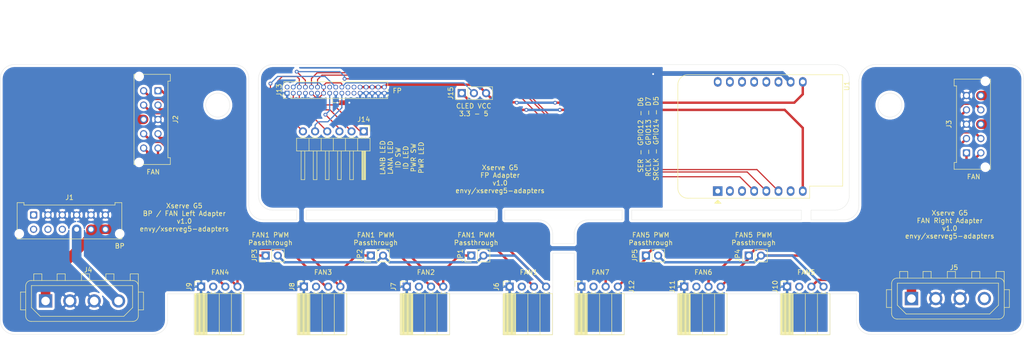
<source format=kicad_pcb>
(kicad_pcb (version 20171130) (host pcbnew "(5.1.6)-1")
  (layers (0 F.Cu signal) (31 B.Cu signal) (34 B.Paste user) (35 F.Paste user) (36 B.SilkS user) (37 F.SilkS user) (38 B.Mask user) (39 F.Mask user) (44 Edge.Cuts user))
  (net 0 "")
  (net 1 "Net-(J1-Pad1)")
  (net 2 "Net-(J1-Pad7)")
  (net 3 GND)
  (net 4 +12V)
  (net 5 +5V)
  (net 6 TACH1)
  (net 7 TACH2)
  (net 8 TACH3)
  (net 9 TACH4)
  (net 10 TACH7)
  (net 11 TACH6)
  (net 12 TACH5)
  (net 13 PWM1)
  (net 14 PWM2)
  (net 15 PWM3)
  (net 16 PWM4)
  (net 17 PWM7)
  (net 18 PWM6)
  (net 19 PWM5)
  (net 20 "Net-(J5-Pad4)")
  (net 21 "Net-(J6-Pad2)")
  (net 22 "Net-(J7-Pad2)")
  (net 23 "Net-(J8-Pad2)")
  (net 24 "Net-(J9-Pad2)")
  (net 25 "Net-(J10-Pad2)")
  (net 26 "Net-(J11-Pad2)")
  (net 27 "Net-(J12-Pad2)")
  (net 28 "Net-(J1-Pad8)")
  (net 29 "Net-(J1-Pad9)")
  (net 30 "Net-(J13-Pad16)")
  (net 31 "Net-(J13-Pad21)")
  (net 32 "Net-(J13-Pad23)")
  (net 33 "Net-(J13-Pad24)")
  (net 34 "Net-(U1-Pad2)")
  (net 35 "Net-(U1-Pad1)")
  (net 36 "Net-(U1-Pad3)")
  (net 37 "Net-(U1-Pad7)")
  (net 38 "Net-(U1-Pad11)")
  (net 39 "Net-(U1-Pad12)")
  (net 40 "Net-(U1-Pad13)")
  (net 41 "Net-(U1-Pad14)")
  (net 42 "Net-(U1-Pad15)")
  (net 43 "Net-(U1-Pad16)")
  (net 44 PWR_LED)
  (net 45 Q19)
  (net 46 PWR_SW)
  (net 47 SRVID_SW)
  (net 48 CLED_SRCLK)
  (net 49 CLED_RCLK)
  (net 50 CLED_SER)
  (net 51 CLED_SRCLR_n)
  (net 52 SRVID_LED)
  (net 53 LANB_LED)
  (net 54 LANA_LED)
  (net 55 +3V3)
  (net 56 Q13)
  (net 57 +5VA)
  (net 58 +12VA)
  (module Connector_PinHeader_2.54mm:PinHeader_1x06_P2.54mm_Horizontal (layer F.Cu) (at 102.5 75 270)
    (fp_text reference J14 (at -2.5 0 180) (layer F.SilkS))
    (fp_text value SYSTEM_PINS)
    (pad 1 thru_hole rect (at 0 0 270) (size 1.7 1.7) (drill 1) (layers *.Cu *.Mask) (net 44 PWR_LED))
    (pad 2 thru_hole oval (at 0 2.54 270) (size 1.7 1.7) (drill 1) (layers *.Cu *.Mask) (net 46 PWR_SW))
    (pad 3 thru_hole oval (at 0 5.08 270) (size 1.7 1.7) (drill 1) (layers *.Cu *.Mask) (net 52 SRVID_LED))
    (pad 4 thru_hole oval (at 0 7.62 270) (size 1.7 1.7) (drill 1) (layers *.Cu *.Mask) (net 47 SRVID_SW))
    (pad 5 thru_hole oval (at 0 10.16 270) (size 1.7 1.7) (drill 1) (layers *.Cu *.Mask) (net 54 LANA_LED))
    (pad 6 thru_hole oval (at 0 12.7 270) (size 1.7 1.7) (drill 1) (layers *.Cu *.Mask) (net 53 LANB_LED))
  )
  (module Connector_PinSocket_2.54mm:PinSocket_1x04_P2.54mm_Horizontal (layer F.Cu) (at 191 107.5 90)
    (fp_text reference J10 (at 0 -2.5 90) (layer F.SilkS))
    (fp_text value FAN5_PWM)
    (pad 1 thru_hole rect (at 0 0 90) (size 1.7 1.7) (drill 1) (layers *.Cu *.Mask) (net 3 GND))
    (pad 2 thru_hole oval (at 0 2.54 90) (size 1.7 1.7) (drill 1) (layers *.Cu *.Mask) (net 25 "Net-(J10-Pad2)"))
    (pad 3 thru_hole oval (at 0 5.08 90) (size 1.7 1.7) (drill 1) (layers *.Cu *.Mask) (net 12 TACH5))
    (pad 4 thru_hole oval (at 0 7.62 90) (size 1.7 1.7) (drill 1) (layers *.Cu *.Mask) (net 19 PWM5))
  )
  (module Connector_Molex:Molex_Micro-Fit_3.0_43045-1212_2x06_P3.00mm_Vertical (layer F.Cu) (at 33.5 92.5)
    (fp_text reference J1 (at 7.5 -3.67) (layer F.SilkS))
    (fp_text value SATA_Backplane_PWR)
    (pad "" np_thru_hole circle (at -3 3.94) (size 1 1) (drill 1) (layers *.Cu *.Mask))
    (pad "" np_thru_hole circle (at 18 3.94) (size 1 1) (drill 1) (layers *.Cu *.Mask))
    (pad 1 thru_hole roundrect (at 0 0) (size 1.5 1.5) (drill 1) (layers *.Cu *.Mask) (roundrect_rratio 0.166667) (net 1 "Net-(J1-Pad1)"))
    (pad 2 thru_hole circle (at 3 0) (size 1.5 1.5) (drill 1) (layers *.Cu *.Mask) (net 3 GND))
    (pad 3 thru_hole circle (at 6 0) (size 1.5 1.5) (drill 1) (layers *.Cu *.Mask) (net 3 GND))
    (pad 4 thru_hole circle (at 9 0) (size 1.5 1.5) (drill 1) (layers *.Cu *.Mask) (net 3 GND))
    (pad 5 thru_hole circle (at 12 0) (size 1.5 1.5) (drill 1) (layers *.Cu *.Mask) (net 3 GND))
    (pad 6 thru_hole circle (at 15 0) (size 1.5 1.5) (drill 1) (layers *.Cu *.Mask) (net 3 GND))
    (pad 7 thru_hole circle (at 0 3) (size 1.5 1.5) (drill 1) (layers *.Cu *.Mask) (net 2 "Net-(J1-Pad7)"))
    (pad 8 thru_hole circle (at 3 3) (size 1.5 1.5) (drill 1) (layers *.Cu *.Mask) (net 28 "Net-(J1-Pad8)"))
    (pad 9 thru_hole circle (at 6 3) (size 1.5 1.5) (drill 1) (layers *.Cu *.Mask) (net 29 "Net-(J1-Pad9)"))
    (pad 10 thru_hole circle (at 9 3) (size 1.5 1.5) (drill 1) (layers *.Cu *.Mask) (net 5 +5V))
    (pad 11 thru_hole circle (at 12 3) (size 1.5 1.5) (drill 1) (layers *.Cu *.Mask) (net 4 +12V))
    (pad 12 thru_hole circle (at 15 3) (size 1.5 1.5) (drill 1) (layers *.Cu *.Mask) (net 4 +12V))
  )
  (module Connector_Molex:Molex_Micro-Fit_3.0_43045-1012_2x05_P3.00mm_Vertical (layer F.Cu) (at 59.5 66.5 270)
    (fp_text reference J2 (at 6 -3.67 90) (layer F.SilkS))
    (fp_text value FAN_LEFT)
    (pad "" np_thru_hole circle (at -3 3.94 270) (size 1 1) (drill 1) (layers *.Cu *.Mask))
    (pad "" np_thru_hole circle (at 15 3.94 270) (size 1 1) (drill 1) (layers *.Cu *.Mask))
    (pad 1 thru_hole roundrect (at 0 0 270) (size 1.5 1.5) (drill 1) (layers *.Cu *.Mask) (roundrect_rratio 0.166667) (net 13 PWM1))
    (pad 2 thru_hole circle (at 3 0 270) (size 1.5 1.5) (drill 1) (layers *.Cu *.Mask) (net 14 PWM2))
    (pad 3 thru_hole circle (at 6 0 270) (size 1.5 1.5) (drill 1) (layers *.Cu *.Mask) (net 3 GND))
    (pad 4 thru_hole circle (at 9 0 270) (size 1.5 1.5) (drill 1) (layers *.Cu *.Mask) (net 15 PWM3))
    (pad 5 thru_hole circle (at 12 0 270) (size 1.5 1.5) (drill 1) (layers *.Cu *.Mask) (net 16 PWM4))
    (pad 6 thru_hole circle (at 0 3 270) (size 1.5 1.5) (drill 1) (layers *.Cu *.Mask) (net 6 TACH1))
    (pad 7 thru_hole circle (at 3 3 270) (size 1.5 1.5) (drill 1) (layers *.Cu *.Mask) (net 7 TACH2))
    (pad 8 thru_hole circle (at 6 3 270) (size 1.5 1.5) (drill 1) (layers *.Cu *.Mask) (net 4 +12V))
    (pad 9 thru_hole circle (at 9 3 270) (size 1.5 1.5) (drill 1) (layers *.Cu *.Mask) (net 8 TACH3))
    (pad 10 thru_hole circle (at 12 3 270) (size 1.5 1.5) (drill 1) (layers *.Cu *.Mask) (net 9 TACH4))
  )
  (module Connector_Molex:Molex_Micro-Fit_3.0_43045-1012_2x05_P3.00mm_Vertical (layer F.Cu) (at 228.5 79.5 90)
    (fp_text reference J3 (at 6 -3.67 90) (layer F.SilkS))
    (fp_text value FAN_RIGHT)
    (pad 10 thru_hole circle (at 12 3 90) (size 1.5 1.5) (drill 1) (layers *.Cu *.Mask) (net 58 +12VA))
    (pad 9 thru_hole circle (at 9 3 90) (size 1.5 1.5) (drill 1) (layers *.Cu *.Mask) (net 10 TACH7))
    (pad 8 thru_hole circle (at 6 3 90) (size 1.5 1.5) (drill 1) (layers *.Cu *.Mask) (net 58 +12VA))
    (pad 7 thru_hole circle (at 3 3 90) (size 1.5 1.5) (drill 1) (layers *.Cu *.Mask) (net 11 TACH6))
    (pad 6 thru_hole circle (at 0 3 90) (size 1.5 1.5) (drill 1) (layers *.Cu *.Mask) (net 12 TACH5))
    (pad 5 thru_hole circle (at 12 0 90) (size 1.5 1.5) (drill 1) (layers *.Cu *.Mask) (net 3 GND))
    (pad 4 thru_hole circle (at 9 0 90) (size 1.5 1.5) (drill 1) (layers *.Cu *.Mask) (net 17 PWM7))
    (pad 3 thru_hole circle (at 6 0 90) (size 1.5 1.5) (drill 1) (layers *.Cu *.Mask) (net 3 GND))
    (pad 2 thru_hole circle (at 3 0 90) (size 1.5 1.5) (drill 1) (layers *.Cu *.Mask) (net 18 PWM6))
    (pad 1 thru_hole roundrect (at 0 0 90) (size 1.5 1.5) (drill 1) (layers *.Cu *.Mask) (roundrect_rratio 0.166667) (net 19 PWM5))
    (pad "" np_thru_hole circle (at 15 3.94 90) (size 1 1) (drill 1) (layers *.Cu *.Mask))
    (pad "" np_thru_hole circle (at -3 3.94 90) (size 1 1) (drill 1) (layers *.Cu *.Mask))
  )
  (module Connector_TE-Connectivity:TE_MATE-N-LOK_350211-1_1x04_P5.08mm_Vertical (layer F.Cu) (at 36 110.5)
    (fp_text reference J4 (at 8.89 -6.5) (layer F.SilkS))
    (fp_text value PWR_L)
    (pad 1 thru_hole rect (at 0 0) (size 2.78 2.78) (drill 1.78) (layers *.Cu *.Mask) (net 4 +12V))
    (pad 2 thru_hole circle (at 5.08 0) (size 2.78 2.78) (drill 1.78) (layers *.Cu *.Mask) (net 3 GND))
    (pad 3 thru_hole circle (at 10.16 0) (size 2.78 2.78) (drill 1.78) (layers *.Cu *.Mask) (net 3 GND))
    (pad 4 thru_hole circle (at 15.24 0) (size 2.78 2.78) (drill 1.78) (layers *.Cu *.Mask) (net 5 +5V))
  )
  (module Connector_TE-Connectivity:TE_MATE-N-LOK_350211-1_1x04_P5.08mm_Vertical (layer F.Cu) (at 217 110)
    (fp_text reference J5 (at 8.89 -6.5) (layer F.SilkS))
    (fp_text value PWR_R)
    (pad 1 thru_hole rect (at 0 0) (size 2.78 2.78) (drill 1.78) (layers *.Cu *.Mask) (net 58 +12VA))
    (pad 2 thru_hole circle (at 5.08 0) (size 2.78 2.78) (drill 1.78) (layers *.Cu *.Mask) (net 3 GND))
    (pad 3 thru_hole circle (at 10.16 0) (size 2.78 2.78) (drill 1.78) (layers *.Cu *.Mask) (net 3 GND))
    (pad 4 thru_hole circle (at 15.24 0) (size 2.78 2.78) (drill 1.78) (layers *.Cu *.Mask) (net 20 "Net-(J5-Pad4)"))
  )
  (module Connector_PinSocket_2.54mm:PinSocket_1x04_P2.54mm_Horizontal (layer F.Cu) (at 133 107.5 90)
    (fp_text reference J6 (at 0 -2.77 90) (layer F.SilkS))
    (fp_text value FAN1_PWM)
    (pad 1 thru_hole rect (at 0 0 90) (size 1.7 1.7) (drill 1) (layers *.Cu *.Mask) (net 3 GND))
    (pad 2 thru_hole oval (at 0 2.54 90) (size 1.7 1.7) (drill 1) (layers *.Cu *.Mask) (net 21 "Net-(J6-Pad2)"))
    (pad 3 thru_hole oval (at 0 5.08 90) (size 1.7 1.7) (drill 1) (layers *.Cu *.Mask) (net 6 TACH1))
    (pad 4 thru_hole oval (at 0 7.62 90) (size 1.7 1.7) (drill 1) (layers *.Cu *.Mask) (net 13 PWM1))
  )
  (module Connector_PinSocket_2.54mm:PinSocket_1x04_P2.54mm_Horizontal (layer F.Cu) (at 111.5 107.5 90)
    (fp_text reference J7 (at 0 -2.77 90) (layer F.SilkS))
    (fp_text value FAN2_PWM)
    (pad 1 thru_hole rect (at 0 0 90) (size 1.7 1.7) (drill 1) (layers *.Cu *.Mask) (net 3 GND))
    (pad 2 thru_hole oval (at 0 2.54 90) (size 1.7 1.7) (drill 1) (layers *.Cu *.Mask) (net 22 "Net-(J7-Pad2)"))
    (pad 3 thru_hole oval (at 0 5.08 90) (size 1.7 1.7) (drill 1) (layers *.Cu *.Mask) (net 7 TACH2))
    (pad 4 thru_hole oval (at 0 7.62 90) (size 1.7 1.7) (drill 1) (layers *.Cu *.Mask) (net 14 PWM2))
  )
  (module Connector_PinHeader_2.54mm:PinHeader_1x02_P2.54mm_Vertical (layer F.Cu) (at 125 101 90)
    (fp_text reference JP1 (at 0 -2.33 90) (layer F.SilkS))
    (fp_text value PWM1_2)
    (pad 1 thru_hole rect (at 0 0 90) (size 1.7 1.7) (drill 1) (layers *.Cu *.Mask) (net 14 PWM2))
    (pad 2 thru_hole oval (at 0 2.54 90) (size 1.7 1.7) (drill 1) (layers *.Cu *.Mask) (net 13 PWM1))
  )
  (module Connector_PinSocket_2.54mm:PinSocket_1x04_P2.54mm_Horizontal (layer F.Cu) (at 90 107.5 90)
    (fp_text reference J8 (at 0 -2.5 90) (layer F.SilkS))
    (fp_text value FAN3_PWM)
    (pad 1 thru_hole rect (at 0 0 90) (size 1.7 1.7) (drill 1) (layers *.Cu *.Mask) (net 3 GND))
    (pad 2 thru_hole oval (at 0 2.54 90) (size 1.7 1.7) (drill 1) (layers *.Cu *.Mask) (net 23 "Net-(J8-Pad2)"))
    (pad 3 thru_hole oval (at 0 5.08 90) (size 1.7 1.7) (drill 1) (layers *.Cu *.Mask) (net 8 TACH3))
    (pad 4 thru_hole oval (at 0 7.62 90) (size 1.7 1.7) (drill 1) (layers *.Cu *.Mask) (net 15 PWM3))
  )
  (module Connector_PinSocket_2.54mm:PinSocket_1x04_P2.54mm_Horizontal (layer F.Cu) (at 68.5 107.5 90)
    (fp_text reference J9 (at 0 -2.5 90) (layer F.SilkS))
    (fp_text value FAN4_PWM)
    (pad 4 thru_hole oval (at 0 7.62 90) (size 1.7 1.7) (drill 1) (layers *.Cu *.Mask) (net 16 PWM4))
    (pad 3 thru_hole oval (at 0 5.08 90) (size 1.7 1.7) (drill 1) (layers *.Cu *.Mask) (net 9 TACH4))
    (pad 2 thru_hole oval (at 0 2.54 90) (size 1.7 1.7) (drill 1) (layers *.Cu *.Mask) (net 24 "Net-(J9-Pad2)"))
    (pad 1 thru_hole rect (at 0 0 90) (size 1.7 1.7) (drill 1) (layers *.Cu *.Mask) (net 3 GND))
  )
  (module Connector_PinHeader_2.54mm:PinHeader_1x02_P2.54mm_Vertical (layer F.Cu) (at 104 101 90)
    (fp_text reference JP2 (at 0 -2.33 90) (layer F.SilkS))
    (fp_text value PWM1_3)
    (pad 1 thru_hole rect (at 0 0 90) (size 1.7 1.7) (drill 1) (layers *.Cu *.Mask) (net 15 PWM3))
    (pad 2 thru_hole oval (at 0 2.54 90) (size 1.7 1.7) (drill 1) (layers *.Cu *.Mask) (net 13 PWM1))
  )
  (module Connector_PinHeader_2.54mm:PinHeader_1x02_P2.54mm_Vertical (layer F.Cu) (at 82 101 90)
    (fp_text reference JP3 (at 0 -2.33 90) (layer F.SilkS))
    (fp_text value PWM1_4)
    (pad 2 thru_hole oval (at 0 2.54 90) (size 1.7 1.7) (drill 1) (layers *.Cu *.Mask) (net 13 PWM1))
    (pad 1 thru_hole rect (at 0 0 90) (size 1.7 1.7) (drill 1) (layers *.Cu *.Mask) (net 16 PWM4))
  )
  (module Connector_PinSocket_2.54mm:PinSocket_1x04_P2.54mm_Horizontal (layer F.Cu) (at 169.5 107.5 90)
    (fp_text reference J11 (at 0 -2.5 90) (layer F.SilkS))
    (fp_text value FAN6_PWM)
    (pad 4 thru_hole oval (at 0 7.62 90) (size 1.7 1.7) (drill 1) (layers *.Cu *.Mask) (net 18 PWM6))
    (pad 3 thru_hole oval (at 0 5.08 90) (size 1.7 1.7) (drill 1) (layers *.Cu *.Mask) (net 11 TACH6))
    (pad 2 thru_hole oval (at 0 2.54 90) (size 1.7 1.7) (drill 1) (layers *.Cu *.Mask) (net 26 "Net-(J11-Pad2)"))
    (pad 1 thru_hole rect (at 0 0 90) (size 1.7 1.7) (drill 1) (layers *.Cu *.Mask) (net 3 GND))
  )
  (module Connector_PinSocket_2.54mm:PinSocket_1x04_P2.54mm_Horizontal (layer F.Cu) (at 148 107.5 90)
    (fp_text reference J12 (at 0 10.5 90) (layer F.SilkS))
    (fp_text value FAN7_PWM)
    (pad 1 thru_hole rect (at 0 0 90) (size 1.7 1.7) (drill 1) (layers *.Cu *.Mask) (net 3 GND))
    (pad 2 thru_hole oval (at 0 2.54 90) (size 1.7 1.7) (drill 1) (layers *.Cu *.Mask) (net 27 "Net-(J12-Pad2)"))
    (pad 3 thru_hole oval (at 0 5.08 90) (size 1.7 1.7) (drill 1) (layers *.Cu *.Mask) (net 10 TACH7))
    (pad 4 thru_hole oval (at 0 7.62 90) (size 1.7 1.7) (drill 1) (layers *.Cu *.Mask) (net 17 PWM7))
  )
  (module Connector_PinHeader_2.54mm:PinHeader_1x02_P2.54mm_Vertical (layer F.Cu) (at 183 101 90)
    (fp_text reference JP4 (at 0 -2.33 90) (layer F.SilkS))
    (fp_text value PWM5_6)
    (pad 2 thru_hole oval (at 0 2.54 90) (size 1.7 1.7) (drill 1) (layers *.Cu *.Mask) (net 19 PWM5))
    (pad 1 thru_hole rect (at 0 0 90) (size 1.7 1.7) (drill 1) (layers *.Cu *.Mask) (net 18 PWM6))
  )
  (module Connector_PinHeader_2.54mm:PinHeader_1x02_P2.54mm_Vertical (layer F.Cu) (at 161.5 101 90)
    (fp_text reference JP5 (at 0 -2.33 90) (layer F.SilkS))
    (fp_text value PWM5_7)
    (pad 1 thru_hole rect (at 0 0 90) (size 1.7 1.7) (drill 1) (layers *.Cu *.Mask) (net 17 PWM7))
    (pad 2 thru_hole oval (at 0 2.54 90) (size 1.7 1.7) (drill 1) (layers *.Cu *.Mask) (net 19 PWM5))
  )
  (module Connector_PinHeader_1.27mm:PinHeader_2x17_P1.27mm_Vertical (layer F.Cu) (at 86.5 67 90)
    (fp_text reference J13 (at 0.635 -1.695 90) (layer F.SilkS))
    (fp_text value "Front Panel")
    (pad 1 thru_hole rect (at 0 0 90) (size 1 1) (drill 0.65) (layers *.Cu *.Mask) (net 3 GND))
    (pad 2 thru_hole oval (at 1.27 0 90) (size 1 1) (drill 0.65) (layers *.Cu *.Mask) (net 45 Q19))
    (pad 3 thru_hole oval (at 0 1.27 90) (size 1 1) (drill 0.65) (layers *.Cu *.Mask) (net 46 PWR_SW))
    (pad 4 thru_hole oval (at 1.27 1.27 90) (size 1 1) (drill 0.65) (layers *.Cu *.Mask) (net 51 CLED_SRCLR_n))
    (pad 5 thru_hole oval (at 0 2.54 90) (size 1 1) (drill 0.65) (layers *.Cu *.Mask) (net 44 PWR_LED))
    (pad 6 thru_hole oval (at 1.27 2.54 90) (size 1 1) (drill 0.65) (layers *.Cu *.Mask) (net 47 SRVID_SW))
    (pad 7 thru_hole oval (at 0 3.81 90) (size 1 1) (drill 0.65) (layers *.Cu *.Mask) (net 3 GND))
    (pad 8 thru_hole oval (at 1.27 3.81 90) (size 1 1) (drill 0.65) (layers *.Cu *.Mask) (net 48 CLED_SRCLK))
    (pad 9 thru_hole oval (at 0 5.08 90) (size 1 1) (drill 0.65) (layers *.Cu *.Mask) (net 51 CLED_SRCLR_n))
    (pad 10 thru_hole oval (at 1.27 5.08 90) (size 1 1) (drill 0.65) (layers *.Cu *.Mask) (net 49 CLED_RCLK))
    (pad 11 thru_hole oval (at 0 6.35 90) (size 1 1) (drill 0.65) (layers *.Cu *.Mask) (net 3 GND))
    (pad 12 thru_hole oval (at 1.27 6.35 90) (size 1 1) (drill 0.65) (layers *.Cu *.Mask) (net 50 CLED_SER))
    (pad 13 thru_hole oval (at 0 7.62 90) (size 1 1) (drill 0.65) (layers *.Cu *.Mask) (net 51 CLED_SRCLR_n))
    (pad 14 thru_hole oval (at 1.27 7.62 90) (size 1 1) (drill 0.65) (layers *.Cu *.Mask) (net 51 CLED_SRCLR_n))
    (pad 15 thru_hole oval (at 0 8.89 90) (size 1 1) (drill 0.65) (layers *.Cu *.Mask) (net 52 SRVID_LED))
    (pad 16 thru_hole oval (at 1.27 8.89 90) (size 1 1) (drill 0.65) (layers *.Cu *.Mask) (net 30 "Net-(J13-Pad16)"))
    (pad 17 thru_hole oval (at 0 10.16 90) (size 1 1) (drill 0.65) (layers *.Cu *.Mask) (net 3 GND))
    (pad 18 thru_hole oval (at 1.27 10.16 90) (size 1 1) (drill 0.65) (layers *.Cu *.Mask) (net 53 LANB_LED))
    (pad 19 thru_hole oval (at 0 11.43 90) (size 1 1) (drill 0.65) (layers *.Cu *.Mask) (net 54 LANA_LED))
    (pad 20 thru_hole oval (at 1.27 11.43 90) (size 1 1) (drill 0.65) (layers *.Cu *.Mask) (net 51 CLED_SRCLR_n))
    (pad 21 thru_hole oval (at 0 12.7 90) (size 1 1) (drill 0.65) (layers *.Cu *.Mask) (net 31 "Net-(J13-Pad21)"))
    (pad 22 thru_hole oval (at 1.27 12.7 90) (size 1 1) (drill 0.65) (layers *.Cu *.Mask) (net 56 Q13))
    (pad 23 thru_hole oval (at 0 13.97 90) (size 1 1) (drill 0.65) (layers *.Cu *.Mask) (net 32 "Net-(J13-Pad23)"))
    (pad 24 thru_hole oval (at 1.27 13.97 90) (size 1 1) (drill 0.65) (layers *.Cu *.Mask) (net 33 "Net-(J13-Pad24)"))
    (pad 25 thru_hole oval (at 0 15.24 90) (size 1 1) (drill 0.65) (layers *.Cu *.Mask) (net 3 GND))
    (pad 26 thru_hole oval (at 1.27 15.24 90) (size 1 1) (drill 0.65) (layers *.Cu *.Mask) (net 57 +5VA))
    (pad 27 thru_hole oval (at 0 16.51 90) (size 1 1) (drill 0.65) (layers *.Cu *.Mask) (net 3 GND))
    (pad 28 thru_hole oval (at 1.27 16.51 90) (size 1 1) (drill 0.65) (layers *.Cu *.Mask) (net 57 +5VA))
    (pad 29 thru_hole oval (at 0 17.78 90) (size 1 1) (drill 0.65) (layers *.Cu *.Mask) (net 3 GND))
    (pad 30 thru_hole oval (at 1.27 17.78 90) (size 1 1) (drill 0.65) (layers *.Cu *.Mask) (net 57 +5VA))
    (pad 31 thru_hole oval (at 0 19.05 90) (size 1 1) (drill 0.65) (layers *.Cu *.Mask) (net 3 GND))
    (pad 32 thru_hole oval (at 1.27 19.05 90) (size 1 1) (drill 0.65) (layers *.Cu *.Mask) (net 57 +5VA))
    (pad 33 thru_hole oval (at 0 20.32 90) (size 1 1) (drill 0.65) (layers *.Cu *.Mask) (net 3 GND))
    (pad 34 thru_hole oval (at 1.27 20.32 90) (size 1 1) (drill 0.65) (layers *.Cu *.Mask) (net 57 +5VA))
  )
  (module Module:WEMOS_D1_mini_light (layer F.Cu) (at 176.5 87.5 90)
    (fp_text reference U1 (at 22 27 90) (layer F.SilkS))
    (fp_text value WeMos_D1_mini)
    (pad 2 thru_hole oval (at 0 2.54 90) (size 2 1.6) (drill 1) (layers *.Cu *.Mask) (net 34 "Net-(U1-Pad2)"))
    (pad 1 thru_hole rect (at 0 0 90) (size 2 2) (drill 1) (layers *.Cu *.Mask) (net 35 "Net-(U1-Pad1)"))
    (pad 3 thru_hole oval (at 0 5.08 90) (size 2 1.6) (drill 1) (layers *.Cu *.Mask) (net 36 "Net-(U1-Pad3)"))
    (pad 4 thru_hole oval (at 0 7.62 90) (size 2 1.6) (drill 1) (layers *.Cu *.Mask) (net 48 CLED_SRCLK))
    (pad 5 thru_hole oval (at 0 10.16 90) (size 2 1.6) (drill 1) (layers *.Cu *.Mask) (net 50 CLED_SER))
    (pad 6 thru_hole oval (at 0 12.7 90) (size 2 1.6) (drill 1) (layers *.Cu *.Mask) (net 49 CLED_RCLK))
    (pad 7 thru_hole oval (at 0 15.24 90) (size 2 1.6) (drill 1) (layers *.Cu *.Mask) (net 37 "Net-(U1-Pad7)"))
    (pad 8 thru_hole oval (at 0 17.78 90) (size 2 1.6) (drill 1) (layers *.Cu *.Mask) (net 55 +3V3))
    (pad 9 thru_hole oval (at 22.86 17.78 90) (size 2 1.6) (drill 1) (layers *.Cu *.Mask) (net 57 +5VA))
    (pad 10 thru_hole oval (at 22.86 15.24 90) (size 2 1.6) (drill 1) (layers *.Cu *.Mask) (net 3 GND))
    (pad 11 thru_hole oval (at 22.86 12.7 90) (size 2 1.6) (drill 1) (layers *.Cu *.Mask) (net 38 "Net-(U1-Pad11)"))
    (pad 12 thru_hole oval (at 22.86 10.16 90) (size 2 1.6) (drill 1) (layers *.Cu *.Mask) (net 39 "Net-(U1-Pad12)"))
    (pad 13 thru_hole oval (at 22.86 7.62 90) (size 2 1.6) (drill 1) (layers *.Cu *.Mask) (net 40 "Net-(U1-Pad13)"))
    (pad 14 thru_hole oval (at 22.86 5.08 90) (size 2 1.6) (drill 1) (layers *.Cu *.Mask) (net 41 "Net-(U1-Pad14)"))
    (pad 15 thru_hole oval (at 22.86 2.54 90) (size 2 1.6) (drill 1) (layers *.Cu *.Mask) (net 42 "Net-(U1-Pad15)"))
    (pad 16 thru_hole oval (at 22.86 0 90) (size 2 1.6) (drill 1) (layers *.Cu *.Mask) (net 43 "Net-(U1-Pad16)"))
  )
  (module Connector_PinHeader_2.54mm:PinHeader_1x03_P2.54mm_Vertical (layer F.Cu) (at 123 67 90)
    (fp_text reference J15 (at 0 -2.33 90) (layer F.SilkS))
    (fp_text value CLED_VCC)
    (pad 1 thru_hole rect (at 0 0 90) (size 1.7 1.7) (drill 1) (layers *.Cu *.Mask) (net 55 +3V3))
    (pad 2 thru_hole oval (at 0 2.54 90) (size 1.7 1.7) (drill 1) (layers *.Cu *.Mask) (net 51 CLED_SRCLR_n))
    (pad 3 thru_hole oval (at 0 5.08 90) (size 1.7 1.7) (drill 1) (layers *.Cu *.Mask) (net 57 +5VA))
  )
  (gr_text FP (at 109.5 66.5) (layer F.SilkS) (effects (font (size 1 1))))
  (gr_text FAN (at 230 84.5) (layer F.SilkS) (effects (font (size 1 1))))
  (gr_text BP (at 51.5 99) (layer F.SilkS) (effects (font (size 1 1))))
  (gr_text FAN (at 58.5 83.5) (layer F.SilkS) (effects (font (size 1 1))))
  (gr_text "Xserve G5\nFP Adapter\nv1.0\nenvy/xserveg5-adapters" (at 131 85) (layer F.SilkS) (effects (font (size 1 1))))
  (gr_text "Xserve G5\nFAN Right Adapter\nv1.0\nenvy/xserveg5-adapters" (at 225 94.5) (layer F.SilkS) (effects (font (size 1 1))))
  (gr_text "Xserve G5\nBP / FAN Left Adapter\nv1.0\nenvy/xserveg5-adapters" (at 65 93) (layer F.SilkS) (effects (font (size 1 1))))
  (gr_text "  SER - GPIO12 - D6\n RCLK - GPIO13 - D7\nSRCLK - GPIO14 - D5" (at 162 76.5 90) (layer F.SilkS) (effects (font (size 1 1))))
  (gr_text FAN7 (at 152 104.5) (layer F.SilkS) (effects (font (size 1 1))))
  (gr_text FAN6 (at 173.5 104.5) (layer F.SilkS) (effects (font (size 1 1))))
  (gr_text FAN5 (at 195 104.5) (layer F.SilkS) (effects (font (size 1 1))))
  (gr_text "FAN5 PWM\nPassthrough" (at 184 97.5) (layer F.SilkS) (effects (font (size 1 1))))
  (gr_text "FAN5 PWM\nPassthrough" (at 162.5 97.5) (layer F.SilkS) (effects (font (size 1 1))))
  (gr_text "FAN1 PWM\nPassthrough" (at 126 97.5) (layer F.SilkS) (effects (font (size 1 1))))
  (gr_text "FAN1 PWM\nPassthrough" (at 105 97.5) (layer F.SilkS) (effects (font (size 1 1))))
  (gr_text "FAN1 PWM\nPassthrough" (at 83 97.5) (layer F.SilkS) (effects (font (size 1 1))))
  (gr_text FAN4 (at 72.5 104.5) (layer F.SilkS) (effects (font (size 1 1))))
  (gr_text FAN3 (at 94 104.5) (layer F.SilkS) (effects (font (size 1 1))))
  (gr_text FAN2 (at 115.5 104.5) (layer F.SilkS) (effects (font (size 1 1))))
  (gr_text FAN1 (at 137 104.5) (layer F.SilkS) (effects (font (size 1 1))))
  (gr_line (start 97.5 69) (end 97.5 68.5) (layer F.SilkS) (width 0.12))
  (gr_line (start 96 69) (end 96 68.5) (layer F.SilkS) (width 0.12))
  (gr_line (start 97.5 69) (end 96 69) (layer F.SilkS) (width 0.12))
  (gr_text "LANB LED\nLANA LED\nID SW\nID LED\nPWR SW\nPWR LED" (at 110.5 80.5 90) (layer F.SilkS) (effects (font (size 1 1))))
  (gr_text "CLED VCC\n3.3 - 5" (at 125.5 70.5) (layer F.SilkS) (effects (font (size 1 1))))
  (gr_line (start 146.5 100.5) (end 146.5 117.5) (layer Edge.Cuts) (width 0.05))
  (gr_line (start 142 100.5) (end 146.5 100.5) (layer Edge.Cuts) (width 0.05))
  (gr_line (start 142 117.5) (end 142 100.5) (layer Edge.Cuts) (width 0.05))
  (gr_line (start 80.5 88.5) (end 80.5 83.5) (layer Edge.Cuts) (width 0.05))
  (gr_line (start 78.5 85.5) (end 78.5 90.5) (layer Edge.Cuts) (width 0.05))
  (gr_line (start 206 90.5) (end 206 85.5) (layer Edge.Cuts) (width 0.05))
  (gr_line (start 204 83.5) (end 204 88.5) (layer Edge.Cuts) (width 0.05))
  (gr_line (start 206 85.5) (end 206 81) (layer Edge.Cuts) (width 0.05))
  (gr_line (start 204 79) (end 204 83.5) (layer Edge.Cuts) (width 0.05))
  (gr_line (start 146.5 98.5) (end 146.5 96.5) (layer Edge.Cuts) (width 0.05))
  (gr_line (start 142 96.5) (end 142 98.5) (layer Edge.Cuts) (width 0.05))
  (gr_line (start 81.5 93.5) (end 88.5 93.5) (layer Edge.Cuts) (width 0.05))
  (gr_line (start 78.5 81) (end 78.5 85.5) (layer Edge.Cuts) (width 0.05))
  (gr_line (start 80.5 79) (end 80.5 83.5) (layer Edge.Cuts) (width 0.05))
  (gr_line (start 156.5 93.5) (end 149.5 93.5) (layer Edge.Cuts) (width 0.05))
  (gr_line (start 132 93.5) (end 139 93.5) (layer Edge.Cuts) (width 0.05))
  (gr_arc (start 149.5 96.5) (end 149.5 93.5) (angle -90) (layer Edge.Cuts) (width 0.05))
  (gr_arc (start 139 96.5) (end 142 96.5) (angle -90) (layer Edge.Cuts) (width 0.05))
  (gr_line (start 196 91.5) (end 196 93.5) (layer Edge.Cuts) (width 0.05))
  (gr_line (start 199 91.5) (end 196 91.5) (layer Edge.Cuts) (width 0.05))
  (gr_line (start 156.5 91.5) (end 132 91.5) (layer Edge.Cuts) (width 0.05))
  (gr_line (start 194 91.5) (end 158.5 91.5) (layer Edge.Cuts) (width 0.05))
  (gr_line (start 158.5 93.5) (end 194 93.5) (layer Edge.Cuts) (width 0.05))
  (gr_line (start 158.5 91.5) (end 158.5 93.5) (layer Edge.Cuts) (width 0.05))
  (gr_line (start 156.5 91.5) (end 156.5 93.5) (layer Edge.Cuts) (width 0.05))
  (gr_line (start 194 91.5) (end 194 93.5) (layer Edge.Cuts) (width 0.05))
  (gr_line (start 201 93.5) (end 196 93.5) (layer Edge.Cuts) (width 0.05))
  (gr_line (start 130 91.5) (end 90.5 91.5) (layer Edge.Cuts) (width 0.05))
  (gr_line (start 130 93.5) (end 90.5 93.5) (layer Edge.Cuts) (width 0.05))
  (gr_line (start 132 91.5) (end 132 93.5) (layer Edge.Cuts) (width 0.05))
  (gr_line (start 130 93.5) (end 130 91.5) (layer Edge.Cuts) (width 0.05))
  (gr_line (start 90.5 93.5) (end 90.5 91.5) (layer Edge.Cuts) (width 0.05))
  (gr_line (start 88.5 91.5) (end 88.5 93.5) (layer Edge.Cuts) (width 0.05))
  (gr_line (start 201 91.5) (end 199 91.5) (layer Edge.Cuts) (width 0.05))
  (gr_line (start 204 77.5) (end 204 79) (layer Edge.Cuts) (width 0.05))
  (gr_arc (start 201 88.5) (end 201 91.5) (angle -90) (layer Edge.Cuts) (width 0.05))
  (gr_line (start 204 64) (end 204 65) (layer Edge.Cuts) (width 0.05))
  (gr_line (start 80.5 66) (end 80.5 64) (layer Edge.Cuts) (width 0.05))
  (gr_line (start 85.5 61) (end 83.5 61) (layer Edge.Cuts) (width 0.05))
  (gr_arc (start 83.5 64) (end 83.5 61) (angle -90) (layer Edge.Cuts) (width 0.05))
  (gr_line (start 201 61) (end 85.5 61) (layer Edge.Cuts) (width 0.05))
  (gr_arc (start 201 64) (end 204 64) (angle -90) (layer Edge.Cuts) (width 0.05))
  (gr_line (start 204 77.5) (end 204 65) (layer Edge.Cuts) (width 0.05))
  (gr_line (start 80.5 77.5) (end 80.5 79) (layer Edge.Cuts) (width 0.05))
  (gr_arc (start 83.5 88.5) (end 80.5 88.5) (angle -90) (layer Edge.Cuts) (width 0.05))
  (gr_line (start 88.5 91.5) (end 83.5 91.5) (layer Edge.Cuts) (width 0.05))
  (gr_line (start 80.5 66) (end 80.5 77.5) (layer Edge.Cuts) (width 0.05))
  (gr_line (start 206 64.5) (end 206 81) (layer Edge.Cuts) (width 0.05))
  (gr_line (start 201 93.5) (end 203 93.5) (layer Edge.Cuts) (width 0.05))
  (gr_arc (start 203 90.5) (end 203 93.5) (angle -90) (layer Edge.Cuts) (width 0.05))
  (gr_line (start 78.5 64) (end 78.5 81) (layer Edge.Cuts) (width 0.05))
  (gr_arc (start 81.5 90.5) (end 78.5 90.5) (angle -90) (layer Edge.Cuts) (width 0.05))
  (gr_line (start 237.5 61) (end 209.5 61) (layer Edge.Cuts) (width 0.05))
  (gr_line (start 240.5 114.5) (end 240.5 64) (layer Edge.Cuts) (width 0.05))
  (gr_line (start 208.5 117.5) (end 237.5 117.5) (layer Edge.Cuts) (width 0.05))
  (gr_line (start 205.5 109) (end 205.5 114.5) (layer Edge.Cuts) (width 0.05))
  (gr_arc (start 208.5 114.5) (end 205.5 114.5) (angle -90) (layer Edge.Cuts) (width 0.05))
  (gr_arc (start 237.5 114.5) (end 237.5 117.5) (angle -90) (layer Edge.Cuts) (width 0.05))
  (gr_arc (start 209.5 64.5) (end 209.5 61) (angle -90) (layer Edge.Cuts) (width 0.05))
  (gr_arc (start 237.5 64) (end 240.5 64) (angle -90) (layer Edge.Cuts) (width 0.05))
  (gr_line (start 29.5 117.5) (end 58.5 117.5) (layer Edge.Cuts) (width 0.05))
  (gr_line (start 61.5 114.5) (end 61.5 109) (layer Edge.Cuts) (width 0.05))
  (gr_line (start 26.5 64) (end 26.5 114.5) (layer Edge.Cuts) (width 0.05))
  (gr_line (start 75.5 61) (end 29.5 61) (layer Edge.Cuts) (width 0.05))
  (gr_arc (start 58.5 114.5) (end 58.5 117.5) (angle -90) (layer Edge.Cuts) (width 0.05))
  (gr_arc (start 75.5 64) (end 78.5 64) (angle -90) (layer Edge.Cuts) (width 0.05))
  (gr_arc (start 29.5 64) (end 29.5 61) (angle -90) (layer Edge.Cuts) (width 0.05))
  (gr_arc (start 29.5 114.5) (end 26.5 114.5) (angle -90) (layer Edge.Cuts) (width 0.05))
  (gr_line (start 205.5 109) (end 200 109) (layer Edge.Cuts) (width 0.05))
  (gr_line (start 200 117.5) (end 200 109) (layer Edge.Cuts) (width 0.05))
  (gr_line (start 189.5 117.5) (end 200 117.5) (layer Edge.Cuts) (width 0.05))
  (gr_line (start 189.5 109) (end 189.5 117.5) (layer Edge.Cuts) (width 0.05))
  (gr_line (start 178.5 109) (end 189.5 109) (layer Edge.Cuts) (width 0.05))
  (gr_line (start 178.5 117.5) (end 178.5 109) (layer Edge.Cuts) (width 0.05))
  (gr_line (start 168 117.5) (end 178.5 117.5) (layer Edge.Cuts) (width 0.05))
  (gr_line (start 168 109) (end 168 117.5) (layer Edge.Cuts) (width 0.05))
  (gr_line (start 157 109) (end 168 109) (layer Edge.Cuts) (width 0.05))
  (gr_line (start 157 117.5) (end 157 109) (layer Edge.Cuts) (width 0.05))
  (gr_line (start 146.5 117.5) (end 157 117.5) (layer Edge.Cuts) (width 0.05))
  (gr_line (start 131.5 117.5) (end 142 117.5) (layer Edge.Cuts) (width 0.05))
  (gr_line (start 131.5 109) (end 131.5 117.5) (layer Edge.Cuts) (width 0.05))
  (gr_line (start 120.5 109) (end 131.5 109) (layer Edge.Cuts) (width 0.05))
  (gr_line (start 120.5 117.5) (end 120.5 109) (layer Edge.Cuts) (width 0.05))
  (gr_line (start 110 117.5) (end 120.5 117.5) (layer Edge.Cuts) (width 0.05))
  (gr_line (start 110 109) (end 110 117.5) (layer Edge.Cuts) (width 0.05))
  (gr_line (start 99 109) (end 110 109) (layer Edge.Cuts) (width 0.05))
  (gr_line (start 99 117.5) (end 99 109) (layer Edge.Cuts) (width 0.05))
  (gr_line (start 88.5 117.5) (end 99 117.5) (layer Edge.Cuts) (width 0.05))
  (gr_line (start 88.5 109) (end 88.5 117.5) (layer Edge.Cuts) (width 0.05))
  (gr_line (start 77.5 109) (end 88.5 109) (layer Edge.Cuts) (width 0.05))
  (gr_line (start 77.5 117.5) (end 77.5 109) (layer Edge.Cuts) (width 0.05))
  (gr_line (start 67 109) (end 61.5 109) (layer Edge.Cuts) (width 0.05))
  (gr_line (start 67 117.5) (end 67 109) (layer Edge.Cuts) (width 0.05))
  (gr_line (start 67 117.5) (end 77.5 117.5) (layer Edge.Cuts) (width 0.05))
  (gr_line (start 146.5 98.5) (end 142 98.5) (layer Edge.Cuts) (width 0.05))
  (gr_circle (center 212.5 69.5) (end 210 69.5) (layer Edge.Cuts) (width 0.05))
  (gr_circle (center 72 69.5) (end 74.5 69.5) (layer Edge.Cuts) (width 0.05))
  (via (at 97 69) (size 0.8) (drill 0.4) (layers F.Cu B.Cu) (net 3))
  (via (at 99.5 69) (size 0.8) (drill 0.4) (layers F.Cu B.Cu) (net 3))
  (segment (start 97.010452 69) (end 97.005226 68.994774) (width 1) (layer F.Cu) (net 3))
  (segment (start 99.5 69) (end 97.010452 69) (width 1) (layer F.Cu) (net 3))
  (segment (start 163.11001 62.88999) (end 163 63) (width 1) (layer B.Cu) (net 3))
  (segment (start 191.74 64.64) (end 189.98999 62.88999) (width 1) (layer B.Cu) (net 3))
  (via (at 163 63) (size 0.8) (drill 0.4) (layers F.Cu B.Cu) (net 3))
  (segment (start 189.98999 62.88999) (end 163.11001 62.88999) (width 1) (layer B.Cu) (net 3))
  (segment (start 49.479998 95.5) (end 48.5 95.5) (width 2) (layer F.Cu) (net 4))
  (segment (start 55.43934 72.5) (end 53.500001 74.439339) (width 2) (layer F.Cu) (net 4))
  (segment (start 53.500001 91.479997) (end 49.479998 95.5) (width 2) (layer F.Cu) (net 4))
  (segment (start 53.500001 74.439339) (end 53.500001 91.479997) (width 2) (layer F.Cu) (net 4))
  (segment (start 56.5 72.5) (end 55.43934 72.5) (width 2) (layer F.Cu) (net 4))
  (segment (start 234.5 83.5) (end 217 101) (width 2) (layer F.Cu) (net 58))
  (segment (start 234.5 75.43934) (end 234.5 83.5) (width 2) (layer F.Cu) (net 58))
  (segment (start 231.5 73.5) (end 232.56066 73.5) (width 2) (layer F.Cu) (net 58))
  (segment (start 217 101) (end 217 110) (width 2) (layer F.Cu) (net 58))
  (segment (start 232.56066 73.5) (end 234.5 75.43934) (width 2) (layer F.Cu) (net 58))
  (segment (start 36 110.5) (end 36 106.5) (width 2) (layer F.Cu) (net 4))
  (segment (start 48.5 95.5) (end 47 95.5) (width 2) (layer F.Cu) (net 4))
  (segment (start 47 95.5) (end 45.5 95.5) (width 2) (layer F.Cu) (net 4))
  (segment (start 232.56066 67.5) (end 231.5 67.5) (width 2) (layer F.Cu) (net 58))
  (segment (start 234.5 69.43934) (end 232.56066 67.5) (width 2) (layer F.Cu) (net 58))
  (segment (start 234.5 75.43934) (end 234.5 69.43934) (width 2) (layer F.Cu) (net 58))
  (segment (start 45.5 97) (end 45.5 95.5) (width 2) (layer F.Cu) (net 4))
  (segment (start 36 106.5) (end 45.5 97) (width 2) (layer F.Cu) (net 4))
  (segment (start 42.5 101.76) (end 51.24 110.5) (width 2) (layer B.Cu) (net 5))
  (segment (start 42.5 95.5) (end 42.5 101.76) (width 2) (layer B.Cu) (net 5))
  (segment (start 63.60002 76.150482) (end 64.20004 76.750502) (width 0.5) (layer F.Cu) (net 6))
  (segment (start 56.5 66.5) (end 58.199999 68.199999) (width 0.5) (layer F.Cu) (net 6))
  (segment (start 63.60002 71.676018) (end 63.60002 76.150482) (width 0.5) (layer F.Cu) (net 6))
  (segment (start 60.124001 68.199999) (end 63.60002 71.676018) (width 0.5) (layer F.Cu) (net 6))
  (segment (start 58.199999 68.199999) (end 60.124001 68.199999) (width 0.5) (layer F.Cu) (net 6))
  (segment (start 64.20004 76.750502) (end 64.20004 94.674504) (width 0.5) (layer F.Cu) (net 6))
  (segment (start 126.979959 96.399959) (end 138.08 107.5) (width 0.5) (layer F.Cu) (net 6))
  (segment (start 65.925495 96.399959) (end 126.979959 96.399959) (width 0.5) (layer F.Cu) (net 6))
  (segment (start 64.20004 94.674504) (end 65.925495 96.399959) (width 0.5) (layer F.Cu) (net 6))
  (segment (start 61.5 76.31323) (end 62.60002 77.41325) (width 0.5) (layer F.Cu) (net 7))
  (segment (start 60.124001 71.199999) (end 61.5 72.575998) (width 0.5) (layer F.Cu) (net 7))
  (segment (start 56.5 69.5) (end 58.199999 71.199999) (width 0.5) (layer F.Cu) (net 7))
  (segment (start 61.5 72.575998) (end 61.5 76.31323) (width 0.5) (layer F.Cu) (net 7))
  (segment (start 58.199999 71.199999) (end 60.124001 71.199999) (width 0.5) (layer F.Cu) (net 7))
  (segment (start 62.60002 77.41325) (end 62.60002 95.337252) (width 0.5) (layer F.Cu) (net 7))
  (segment (start 107.079979 97.999979) (end 116.58 107.5) (width 0.5) (layer F.Cu) (net 7))
  (segment (start 65.262747 97.999979) (end 107.079979 97.999979) (width 0.5) (layer F.Cu) (net 7))
  (segment (start 62.60002 95.337252) (end 65.262747 97.999979) (width 0.5) (layer F.Cu) (net 7))
  (segment (start 86.712001 99.599999) (end 94.612002 107.5) (width 0.5) (layer F.Cu) (net 8))
  (segment (start 64.599999 99.599999) (end 86.712001 99.599999) (width 0.5) (layer F.Cu) (net 8))
  (segment (start 56.5 75.5) (end 58.199999 77.199999) (width 0.5) (layer F.Cu) (net 8))
  (segment (start 94.612002 107.5) (end 95.08 107.5) (width 0.5) (layer F.Cu) (net 8))
  (segment (start 61 78.075998) (end 61 96) (width 0.5) (layer F.Cu) (net 8))
  (segment (start 58.199999 77.199999) (end 60.124001 77.199999) (width 0.5) (layer F.Cu) (net 8))
  (segment (start 60.124001 77.199999) (end 61 78.075998) (width 0.5) (layer F.Cu) (net 8))
  (segment (start 61 96) (end 64.599999 99.599999) (width 0.5) (layer F.Cu) (net 8))
  (segment (start 57.249999 79.249999) (end 57.249999 100.749999) (width 0.5) (layer F.Cu) (net 9))
  (segment (start 56.5 78.5) (end 57.249999 79.249999) (width 0.5) (layer F.Cu) (net 9))
  (segment (start 57.249999 100.749999) (end 60 103.5) (width 0.5) (layer F.Cu) (net 9))
  (segment (start 69.58 103.5) (end 73.58 107.5) (width 0.5) (layer F.Cu) (net 9))
  (segment (start 60 103.5) (end 69.58 103.5) (width 0.5) (layer F.Cu) (net 9))
  (segment (start 153.08 105.688) (end 153.08 107.5) (width 0.5) (layer F.Cu) (net 10))
  (segment (start 161.568031 97.199969) (end 153.08 105.688) (width 0.5) (layer F.Cu) (net 10))
  (segment (start 203.537263 97.199969) (end 161.568031 97.199969) (width 0.5) (layer F.Cu) (net 10))
  (segment (start 231.5 70.5) (end 230.199999 69.199999) (width 0.5) (layer F.Cu) (net 10))
  (segment (start 227.875999 69.199999) (end 224.884298 72.1917) (width 0.5) (layer F.Cu) (net 10))
  (segment (start 224.884298 72.1917) (end 224.884298 75.852934) (width 0.5) (layer F.Cu) (net 10))
  (segment (start 230.199999 69.199999) (end 227.875999 69.199999) (width 0.5) (layer F.Cu) (net 10))
  (segment (start 224.884298 75.852934) (end 203.537263 97.199969) (width 0.5) (layer F.Cu) (net 10))
  (segment (start 174.58 106.297919) (end 174.58 107.5) (width 0.5) (layer F.Cu) (net 11))
  (segment (start 231.5 76.5) (end 230.199999 75.199999) (width 0.5) (layer F.Cu) (net 11))
  (segment (start 230.199999 75.199999) (end 227.800001 75.199999) (width 0.5) (layer F.Cu) (net 11))
  (segment (start 182.07793 98.799989) (end 174.58 106.297919) (width 0.5) (layer F.Cu) (net 11))
  (segment (start 227.800001 75.199999) (end 204.200011 98.799989) (width 0.5) (layer F.Cu) (net 11))
  (segment (start 204.200011 98.799989) (end 182.07793 98.799989) (width 0.5) (layer F.Cu) (net 11))
  (segment (start 197.480001 106.099999) (end 196.08 107.5) (width 0.5) (layer F.Cu) (net 12))
  (segment (start 204.900001 106.099999) (end 197.480001 106.099999) (width 0.5) (layer F.Cu) (net 12))
  (segment (start 231.5 79.5) (end 204.900001 106.099999) (width 0.5) (layer F.Cu) (net 12))
  (segment (start 134.12 101) (end 140.62 107.5) (width 0.5) (layer B.Cu) (net 13))
  (segment (start 127.54 101) (end 134.12 101) (width 0.5) (layer B.Cu) (net 13))
  (segment (start 126.139999 102.400001) (end 127.54 101) (width 0.5) (layer B.Cu) (net 13))
  (segment (start 107.940001 102.400001) (end 126.139999 102.400001) (width 0.5) (layer B.Cu) (net 13))
  (segment (start 106.54 101) (end 107.940001 102.400001) (width 0.5) (layer B.Cu) (net 13))
  (segment (start 105.139999 102.400001) (end 106.54 101) (width 0.5) (layer B.Cu) (net 13))
  (segment (start 85.940001 102.400001) (end 105.139999 102.400001) (width 0.5) (layer B.Cu) (net 13))
  (segment (start 84.54 101) (end 85.940001 102.400001) (width 0.5) (layer B.Cu) (net 13))
  (segment (start 60.25 66.5) (end 65.00005 71.25005) (width 0.5) (layer F.Cu) (net 13))
  (segment (start 59.5 66.5) (end 60.25 66.5) (width 0.5) (layer F.Cu) (net 13))
  (segment (start 65.00005 71.25005) (end 65.00005 94.34313) (width 0.5) (layer F.Cu) (net 13))
  (segment (start 65.00005 94.34313) (end 66.256869 95.599949) (width 0.5) (layer F.Cu) (net 13))
  (segment (start 128.719949 95.599949) (end 140.62 107.5) (width 0.5) (layer F.Cu) (net 13))
  (segment (start 66.256869 95.599949) (end 128.719949 95.599949) (width 0.5) (layer F.Cu) (net 13))
  (segment (start 119.12 104.297919) (end 122.417919 101) (width 0.5) (layer F.Cu) (net 14))
  (segment (start 122.417919 101) (end 125 101) (width 0.5) (layer F.Cu) (net 14))
  (segment (start 119.12 105.5) (end 119.12 104.297919) (width 0.5) (layer F.Cu) (net 14))
  (segment (start 119.12 105.5) (end 119.12 107.5) (width 0.5) (layer F.Cu) (net 14))
  (segment (start 118.652002 107.5) (end 119.12 107.5) (width 0.5) (layer F.Cu) (net 14))
  (segment (start 63.40003 77.081876) (end 63.40003 95.005878) (width 0.5) (layer F.Cu) (net 14))
  (segment (start 108.351971 97.199969) (end 118.652002 107.5) (width 0.5) (layer F.Cu) (net 14))
  (segment (start 62.30001 75.981856) (end 63.40003 77.081876) (width 0.5) (layer F.Cu) (net 14))
  (segment (start 65.594121 97.199969) (end 108.351971 97.199969) (width 0.5) (layer F.Cu) (net 14))
  (segment (start 59.5 69.5) (end 59.5 70) (width 0.5) (layer F.Cu) (net 14))
  (segment (start 59.5 70) (end 59.899989 70.399989) (width 0.5) (layer F.Cu) (net 14))
  (segment (start 63.40003 95.005878) (end 65.594121 97.199969) (width 0.5) (layer F.Cu) (net 14))
  (segment (start 60.455375 70.399989) (end 62.30001 72.244624) (width 0.5) (layer F.Cu) (net 14))
  (segment (start 59.899989 70.399989) (end 60.455375 70.399989) (width 0.5) (layer F.Cu) (net 14))
  (segment (start 62.30001 72.244624) (end 62.30001 75.981856) (width 0.5) (layer F.Cu) (net 14))
  (segment (start 97.62 104.297919) (end 100.917919 101) (width 0.5) (layer F.Cu) (net 15))
  (segment (start 100.917919 101) (end 104 101) (width 0.5) (layer F.Cu) (net 15))
  (segment (start 97.62 105.5) (end 97.62 104.297919) (width 0.5) (layer F.Cu) (net 15))
  (segment (start 97.62 105.5) (end 97.62 107.5) (width 0.5) (layer F.Cu) (net 15))
  (segment (start 59.899989 76.399989) (end 60.455375 76.399989) (width 0.5) (layer F.Cu) (net 15))
  (segment (start 59.5 75.5) (end 59.5 76) (width 0.5) (layer F.Cu) (net 15))
  (segment (start 60.455375 76.399989) (end 61.80001 77.744624) (width 0.5) (layer F.Cu) (net 15))
  (segment (start 59.5 76) (end 59.899989 76.399989) (width 0.5) (layer F.Cu) (net 15))
  (segment (start 61.80001 77.744624) (end 61.80001 95.668626) (width 0.5) (layer F.Cu) (net 15))
  (segment (start 88.919989 98.799989) (end 97.62 107.5) (width 0.5) (layer F.Cu) (net 15))
  (segment (start 64.931373 98.799989) (end 88.919989 98.799989) (width 0.5) (layer F.Cu) (net 15))
  (segment (start 61.80001 95.668626) (end 64.931373 98.799989) (width 0.5) (layer F.Cu) (net 15))
  (segment (start 79.417919 101) (end 76.12 104.297919) (width 0.5) (layer F.Cu) (net 16))
  (segment (start 76.12 104.297919) (end 76.12 105.5) (width 0.5) (layer F.Cu) (net 16))
  (segment (start 82 101) (end 79.417919 101) (width 0.5) (layer F.Cu) (net 16))
  (segment (start 76.12 105.5) (end 76.12 107.5) (width 0.5) (layer F.Cu) (net 16))
  (segment (start 71.31999 102.69999) (end 76.12 107.5) (width 0.5) (layer F.Cu) (net 16))
  (segment (start 61.69999 102.69999) (end 71.31999 102.69999) (width 0.5) (layer F.Cu) (net 16))
  (segment (start 59.5 100.5) (end 61.69999 102.69999) (width 0.5) (layer F.Cu) (net 16))
  (segment (start 59.5 78.5) (end 59.5 100.5) (width 0.5) (layer F.Cu) (net 16))
  (segment (start 161.5 101.62) (end 161.5 101) (width 0.5) (layer F.Cu) (net 17))
  (segment (start 155.62 107.5) (end 161.5 101.62) (width 0.5) (layer F.Cu) (net 17))
  (segment (start 228.5 70.5) (end 225.684308 73.315692) (width 0.5) (layer F.Cu) (net 17))
  (segment (start 225.684308 73.315692) (end 225.684308 76.184308) (width 0.5) (layer F.Cu) (net 17))
  (segment (start 225.684308 76.184308) (end 203.868637 97.999979) (width 0.5) (layer F.Cu) (net 17))
  (segment (start 164.500021 97.999979) (end 161.5 101) (width 0.5) (layer F.Cu) (net 17))
  (segment (start 203.868637 97.999979) (end 164.500021 97.999979) (width 0.5) (layer F.Cu) (net 17))
  (segment (start 183 101.62) (end 183 101) (width 0.5) (layer F.Cu) (net 18))
  (segment (start 177.12 107.5) (end 183 101.62) (width 0.5) (layer F.Cu) (net 18))
  (segment (start 184.400001 99.599999) (end 183 101) (width 0.5) (layer F.Cu) (net 18))
  (segment (start 205.400001 99.599999) (end 184.400001 99.599999) (width 0.5) (layer F.Cu) (net 18))
  (segment (start 228.5 76.5) (end 205.400001 99.599999) (width 0.5) (layer F.Cu) (net 18))
  (segment (start 192.12 101) (end 198.62 107.5) (width 0.5) (layer B.Cu) (net 19))
  (segment (start 185.54 101) (end 192.12 101) (width 0.5) (layer B.Cu) (net 19))
  (segment (start 184.139999 102.400001) (end 185.54 101) (width 0.5) (layer B.Cu) (net 19))
  (segment (start 165.440001 102.400001) (end 184.139999 102.400001) (width 0.5) (layer B.Cu) (net 19))
  (segment (start 164.04 101) (end 165.440001 102.400001) (width 0.5) (layer B.Cu) (net 19))
  (segment (start 208.868616 101) (end 185.54 101) (width 0.5) (layer F.Cu) (net 19))
  (segment (start 228.5 79.5) (end 228.5 81.368616) (width 0.5) (layer F.Cu) (net 19))
  (segment (start 228.5 81.368616) (end 208.868616 101) (width 0.5) (layer F.Cu) (net 19))
  (segment (start 89.04 67) (end 89.04 69.46) (width 0.25) (layer F.Cu) (net 44))
  (segment (start 101.773002 75) (end 102.5 75) (width 0.25) (layer F.Cu) (net 44))
  (segment (start 96.233002 69.46) (end 101.773002 75) (width 0.25) (layer F.Cu) (net 44))
  (segment (start 89.04 69.46) (end 96.233002 69.46) (width 0.25) (layer F.Cu) (net 44))
  (segment (start 87.77 67) (end 87.77 69.27) (width 0.25) (layer F.Cu) (net 46))
  (segment (start 87.77 69.27) (end 89 70.5) (width 0.25) (layer F.Cu) (net 46))
  (segment (start 95.46 70.5) (end 99.96 75) (width 0.25) (layer F.Cu) (net 46))
  (segment (start 89 70.5) (end 95.46 70.5) (width 0.25) (layer F.Cu) (net 46))
  (segment (start 91.88 72) (end 94.88 75) (width 0.25) (layer F.Cu) (net 47))
  (segment (start 89.04 64.04) (end 88.5 63.5) (width 0.25) (layer F.Cu) (net 47))
  (segment (start 84.5 68) (end 88.5 72) (width 0.25) (layer F.Cu) (net 47))
  (segment (start 85.5 63.5) (end 84.5 64.5) (width 0.25) (layer F.Cu) (net 47))
  (segment (start 89.04 65.73) (end 89.04 64.04) (width 0.25) (layer F.Cu) (net 47))
  (segment (start 88.5 72) (end 91.88 72) (width 0.25) (layer F.Cu) (net 47))
  (segment (start 88.5 63.5) (end 85.5 63.5) (width 0.25) (layer F.Cu) (net 47))
  (segment (start 84.5 64.5) (end 84.5 68) (width 0.25) (layer F.Cu) (net 47))
  (via (at 98.5 64) (size 0.8) (drill 0.4) (layers F.Cu B.Cu) (net 48))
  (via (at 88.5 62.5) (size 0.8) (drill 0.4) (layers F.Cu B.Cu) (net 48))
  (segment (start 90.31 65.73) (end 90.31 64.31) (width 0.25) (layer F.Cu) (net 48))
  (segment (start 90.31 64.31) (end 88.5 62.5) (width 0.25) (layer F.Cu) (net 48))
  (segment (start 88.5 62.5) (end 97.5 62.5) (width 0.25) (layer B.Cu) (net 48))
  (segment (start 98.5 63.5) (end 98.5 64) (width 0.25) (layer B.Cu) (net 48))
  (segment (start 97.5 62.5) (end 98.5 63.5) (width 0.25) (layer B.Cu) (net 48))
  (segment (start 152 84.5) (end 181.12 84.5) (width 0.25) (layer F.Cu) (net 48))
  (segment (start 98.5 64) (end 131.5 64) (width 0.25) (layer F.Cu) (net 48))
  (segment (start 181.12 84.5) (end 184.12 87.5) (width 0.25) (layer F.Cu) (net 48))
  (segment (start 131.5 64) (end 152 84.5) (width 0.25) (layer F.Cu) (net 48))
  (segment (start 184.699992 82.999992) (end 189.2 87.5) (width 0.25) (layer F.Cu) (net 49))
  (segment (start 91.58 63.932998) (end 92.788009 62.724989) (width 0.25) (layer F.Cu) (net 49))
  (segment (start 152.707128 82.999992) (end 184.699992 82.999992) (width 0.25) (layer F.Cu) (net 49))
  (segment (start 91.58 65.73) (end 91.58 63.932998) (width 0.25) (layer F.Cu) (net 49))
  (segment (start 92.788009 62.724989) (end 132.432109 62.724989) (width 0.25) (layer F.Cu) (net 49))
  (segment (start 132.432109 62.724989) (end 152.70712 83) (width 0.25) (layer F.Cu) (net 49))
  (segment (start 152.70712 83) (end 152.707128 82.999992) (width 0.25) (layer F.Cu) (net 49))
  (segment (start 182.66 83.5) (end 186.66 87.5) (width 0.25) (layer F.Cu) (net 50))
  (segment (start 92.85 64.15) (end 93.775001 63.224999) (width 0.25) (layer F.Cu) (net 50))
  (segment (start 92.85 65.73) (end 92.85 64.15) (width 0.25) (layer F.Cu) (net 50))
  (segment (start 93.775001 63.224999) (end 132.224999 63.224999) (width 0.25) (layer F.Cu) (net 50))
  (segment (start 152.5 83.5) (end 182.66 83.5) (width 0.25) (layer F.Cu) (net 50))
  (segment (start 132.224999 63.224999) (end 152.5 83.5) (width 0.25) (layer F.Cu) (net 50))
  (segment (start 94.12 67) (end 94.12 65.73) (width 0.25) (layer F.Cu) (net 51))
  (segment (start 93.244999 67.875001) (end 94.12 67) (width 0.25) (layer F.Cu) (net 51))
  (segment (start 92.455001 67.875001) (end 93.244999 67.875001) (width 0.25) (layer F.Cu) (net 51))
  (segment (start 91.58 67) (end 92.455001 67.875001) (width 0.25) (layer F.Cu) (net 51))
  (segment (start 87.77 65.73) (end 88.645001 64.854999) (width 0.25) (layer B.Cu) (net 51))
  (segment (start 123.394999 64.854999) (end 125.54 67) (width 0.25) (layer B.Cu) (net 51))
  (segment (start 98.805001 64.854999) (end 123.394999 64.854999) (width 0.25) (layer B.Cu) (net 51))
  (segment (start 97.93 65.73) (end 98.805001 64.854999) (width 0.25) (layer B.Cu) (net 51))
  (segment (start 94.12 65.704998) (end 94.12 65.73) (width 0.25) (layer B.Cu) (net 51))
  (segment (start 93.270001 64.854999) (end 94.12 65.704998) (width 0.25) (layer B.Cu) (net 51))
  (segment (start 88.645001 64.854999) (end 93.270001 64.854999) (width 0.25) (layer B.Cu) (net 51))
  (segment (start 97.93 65.73) (end 97.93 65.07) (width 0.25) (layer F.Cu) (net 51))
  (segment (start 97.714999 64.854999) (end 94.645001 64.854999) (width 0.25) (layer F.Cu) (net 51))
  (segment (start 97.93 65.07) (end 97.714999 64.854999) (width 0.25) (layer F.Cu) (net 51))
  (segment (start 94.12 65.38) (end 94.12 65.73) (width 0.25) (layer F.Cu) (net 51))
  (segment (start 94.645001 64.854999) (end 94.12 65.38) (width 0.25) (layer F.Cu) (net 51))
  (via (at 94.5 71.5) (size 0.8) (drill 0.4) (layers F.Cu B.Cu) (net 52))
  (segment (start 95.39 67) (end 95.39 70.61) (width 0.25) (layer B.Cu) (net 52))
  (segment (start 95.39 70.61) (end 94.5 71.5) (width 0.25) (layer B.Cu) (net 52))
  (segment (start 97.42 74.42) (end 97.42 75) (width 0.25) (layer F.Cu) (net 52))
  (segment (start 94.5 71.5) (end 97.42 74.42) (width 0.25) (layer F.Cu) (net 52))
  (segment (start 96.66 65.73) (end 94.43 63.5) (width 0.25) (layer B.Cu) (net 53))
  (segment (start 94.43 63.5) (end 91.5 63.5) (width 0.25) (layer B.Cu) (net 53))
  (via (at 83 65) (size 0.8) (drill 0.4) (layers F.Cu B.Cu) (net 53))
  (segment (start 91.5 63.5) (end 84.5 63.5) (width 0.25) (layer B.Cu) (net 53))
  (segment (start 84.5 63.5) (end 83 65) (width 0.25) (layer B.Cu) (net 53))
  (segment (start 83 68.2) (end 89.8 75) (width 0.25) (layer F.Cu) (net 53))
  (segment (start 83 65) (end 83 68.2) (width 0.25) (layer F.Cu) (net 53))
  (segment (start 97.93 67) (end 97.93 70.07) (width 0.25) (layer B.Cu) (net 54))
  (segment (start 97.93 70.07) (end 95 73) (width 0.25) (layer B.Cu) (net 54))
  (segment (start 95 73) (end 93 73) (width 0.25) (layer B.Cu) (net 54))
  (segment (start 92.34 73.66) (end 92.34 75) (width 0.25) (layer B.Cu) (net 54))
  (segment (start 93 73) (end 92.34 73.66) (width 0.25) (layer B.Cu) (net 54))
  (segment (start 123 67) (end 126.5 70.5) (width 0.5) (layer F.Cu) (net 55))
  (segment (start 190.5 70.5) (end 194.28 74.28) (width 0.5) (layer F.Cu) (net 55))
  (segment (start 194.28 74.28) (end 194.28 87.5) (width 0.5) (layer F.Cu) (net 55))
  (segment (start 126.5 70.5) (end 136.5 70.5) (width 0.5) (layer F.Cu) (net 55))
  (via (at 136.5 70.5) (size 0.8) (drill 0.4) (layers F.Cu B.Cu) (net 55))
  (via (at 143.5 70.5) (size 0.8) (drill 0.4) (layers F.Cu B.Cu) (net 55))
  (segment (start 190.5 70.5) (end 143.5 70.5) (width 0.5) (layer F.Cu) (net 55))
  (segment (start 143.5 70.5) (end 136.5 70.5) (width 0.5) (layer B.Cu) (net 55))
  (segment (start 101.74 65.73) (end 106.82 65.73) (width 0.5) (layer F.Cu) (net 57))
  (segment (start 126.310001 65.230001) (end 128.08 67) (width 0.5) (layer F.Cu) (net 57))
  (segment (start 107.319999 65.230001) (end 126.310001 65.230001) (width 0.5) (layer F.Cu) (net 57))
  (segment (start 106.82 65.73) (end 107.319999 65.230001) (width 0.5) (layer F.Cu) (net 57))
  (segment (start 128.08 67) (end 130 68.92) (width 0.5) (layer F.Cu) (net 57))
  (via (at 134.5 69) (size 0.8) (drill 0.4) (layers F.Cu B.Cu) (net 57))
  (segment (start 130 68.92) (end 134.42 68.92) (width 0.5) (layer F.Cu) (net 57))
  (segment (start 134.42 68.92) (end 134.5 69) (width 0.5) (layer F.Cu) (net 57))
  (segment (start 134.5 69) (end 142.5 69) (width 0.5) (layer B.Cu) (net 57))
  (via (at 142.5 69) (size 0.8) (drill 0.4) (layers F.Cu B.Cu) (net 57))
  (segment (start 194.28 67.22) (end 194.28 64.64) (width 0.5) (layer F.Cu) (net 57))
  (segment (start 142.5 69) (end 192.5 69) (width 0.5) (layer F.Cu) (net 57))
  (segment (start 192.5 69) (end 194.28 67.22) (width 0.5) (layer F.Cu) (net 57))
  (zone (net 3) (net_name GND) (layer B.Cu) (connect_pads (clearance 0.508)) (min_thickness 0.254) (fill yes (arc_segments 32) (thermal_gap 0.508) (thermal_bridge_width 0.508))
    (polygon (pts (xy 240.5 117.5) (xy 26.5 117.5) (xy 26.5 61) (xy 240.5 61)))
  )
  (zone (net 0) (net_name "") (layers F&B.Cu) (connect_pads (clearance 0.508)) (min_thickness 0.254)
    (keepout (tracks allowed) (vias allowed) (copperpour not_allowed))
    (fill (arc_segments 32) (thermal_gap 0.508) (thermal_bridge_width 0.508))
    (polygon (pts (xy 204 91.5) (xy 165 91.5) (xy 165 61) (xy 204 61)))
  )
  (zone (net 0) (net_name "") (layers F&B.Cu) (connect_pads (clearance 0.508)) (min_thickness 0.254)
    (keepout (tracks allowed) (vias allowed) (copperpour not_allowed))
    (fill (arc_segments 32) (thermal_gap 0.508) (thermal_bridge_width 0.508))
    (polygon (pts (xy 196 94) (xy 194 94) (xy 194 91.5) (xy 196 91.5)))
  )
)
</source>
